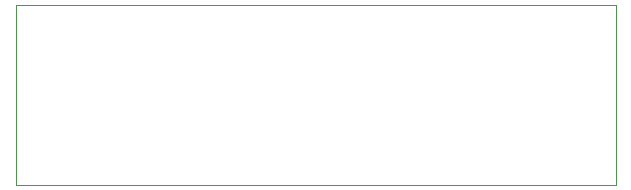
<source format=gbr>
%TF.GenerationSoftware,KiCad,Pcbnew,8.0.4-8.0.4-0~ubuntu24.04.1*%
%TF.CreationDate,2024-08-19T10:46:11-07:00*%
%TF.ProjectId,diode_upgrade,64696f64-655f-4757-9067-726164652e6b,1.0*%
%TF.SameCoordinates,Original*%
%TF.FileFunction,Profile,NP*%
%FSLAX46Y46*%
G04 Gerber Fmt 4.6, Leading zero omitted, Abs format (unit mm)*
G04 Created by KiCad (PCBNEW 8.0.4-8.0.4-0~ubuntu24.04.1) date 2024-08-19 10:46:11*
%MOMM*%
%LPD*%
G01*
G04 APERTURE LIST*
%TA.AperFunction,Profile*%
%ADD10C,0.100000*%
%TD*%
G04 APERTURE END LIST*
D10*
X36830000Y-45720000D02*
X36830000Y-30480000D01*
X87630000Y-45720000D02*
X36830000Y-45720000D01*
X87630000Y-30480000D02*
X87630000Y-45720000D01*
X36830000Y-30480000D02*
X87630000Y-30480000D01*
M02*

</source>
